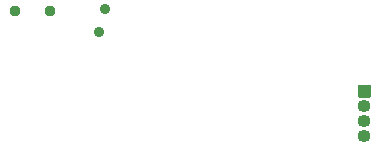
<source format=gbr>
%TF.GenerationSoftware,KiCad,Pcbnew,(5.99.0-1734-g575ad7128)*%
%TF.CreationDate,2020-06-02T15:09:08-04:00*%
%TF.ProjectId,DG376_KiCad,44473337-365f-44b6-9943-61642e6b6963,rev?*%
%TF.SameCoordinates,Original*%
%TF.FileFunction,Soldermask,Bot*%
%TF.FilePolarity,Negative*%
%FSLAX46Y46*%
G04 Gerber Fmt 4.6, Leading zero omitted, Abs format (unit mm)*
G04 Created by KiCad (PCBNEW (5.99.0-1734-g575ad7128)) date 2020-06-02 15:09:08*
%MOMM*%
%LPD*%
G01*
G04 APERTURE LIST*
%ADD10O,1.100000X1.100000*%
%ADD11C,0.950000*%
%ADD12C,0.900000*%
G04 APERTURE END LIST*
D10*
%TO.C,J1*%
X123150000Y-61060000D03*
X123150000Y-59790000D03*
X123150000Y-58520000D03*
G36*
G01*
X122600000Y-57750000D02*
X122600000Y-56750000D01*
G75*
G02*
X122650000Y-56700000I50000J0D01*
G01*
X123650000Y-56700000D01*
G75*
G02*
X123700000Y-56750000I0J-50000D01*
G01*
X123700000Y-57750000D01*
G75*
G02*
X123650000Y-57800000I-50000J0D01*
G01*
X122650000Y-57800000D01*
G75*
G02*
X122600000Y-57750000I0J50000D01*
G01*
G37*
%TD*%
D11*
%TO.C,SW1*%
X93550000Y-50500000D03*
X96550000Y-50500000D03*
%TD*%
D12*
%TO.C,M1*%
X100645304Y-52246219D03*
X101171225Y-50283458D03*
%TD*%
M02*

</source>
